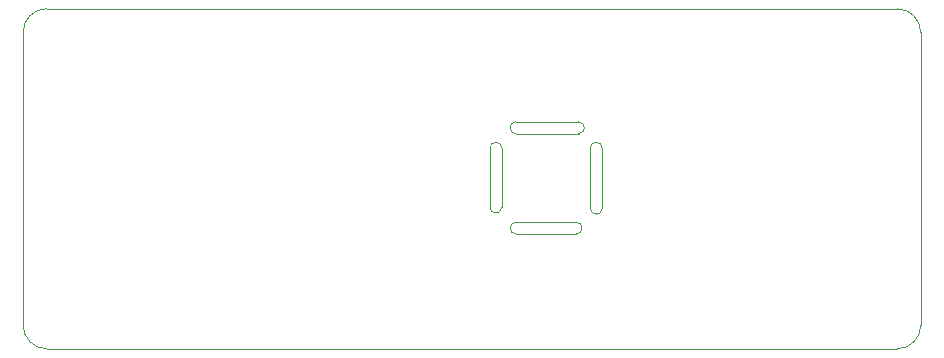
<source format=gbr>
%TF.GenerationSoftware,KiCad,Pcbnew,(6.0.5)*%
%TF.CreationDate,2022-10-08T22:42:16+08:00*%
%TF.ProjectId,LabPrecisionVoltageSource_V1.2,4c616250-7265-4636-9973-696f6e566f6c,rev?*%
%TF.SameCoordinates,Original*%
%TF.FileFunction,Profile,NP*%
%FSLAX46Y46*%
G04 Gerber Fmt 4.6, Leading zero omitted, Abs format (unit mm)*
G04 Created by KiCad (PCBNEW (6.0.5)) date 2022-10-08 22:42:16*
%MOMM*%
%LPD*%
G01*
G04 APERTURE LIST*
%TA.AperFunction,Profile*%
%ADD10C,0.100000*%
%TD*%
G04 APERTURE END LIST*
D10*
X158599142Y-97200000D02*
X158599142Y-92200000D01*
X160800000Y-89973862D02*
X166099142Y-89973865D01*
X168099142Y-97300000D02*
X168099144Y-92200000D01*
X195071142Y-107199962D02*
X195071142Y-82399964D01*
X158599176Y-97200000D02*
G75*
G03*
X159599141Y-97226137I500324J0D01*
G01*
X159599142Y-92200000D02*
G75*
G03*
X158599142Y-92200000I-500000J-38D01*
G01*
X159599142Y-92200000D02*
X159599141Y-97226137D01*
X165900000Y-99473863D02*
X160800000Y-99473863D01*
X119071143Y-82399964D02*
X119071141Y-107185785D01*
X121071140Y-80400000D02*
X193071139Y-80400000D01*
X160800000Y-89973939D02*
G75*
G03*
X160800000Y-90973861I0J-499961D01*
G01*
X166099142Y-90973935D02*
G75*
G03*
X166099142Y-89973865I-42J500035D01*
G01*
X195071135Y-82399964D02*
G75*
G03*
X193071139Y-80399965I-2000035J-36D01*
G01*
X165900000Y-99473936D02*
G75*
G03*
X165900000Y-98473864I-900J500036D01*
G01*
X119071113Y-107185785D02*
G75*
G03*
X121071141Y-109185787I1999987J-15D01*
G01*
X166099142Y-90973864D02*
X160800000Y-90973861D01*
X168099144Y-92200000D02*
G75*
G03*
X167100000Y-92200000I-499572J-34D01*
G01*
X193071139Y-109199942D02*
G75*
G03*
X195071142Y-107199962I61J1999942D01*
G01*
X167099142Y-97300000D02*
G75*
G03*
X168099142Y-97300000I500000J0D01*
G01*
X121071141Y-109185787D02*
X193071139Y-109200000D01*
X160800000Y-98473937D02*
G75*
G03*
X160800000Y-99473863I-900J-499963D01*
G01*
X167099142Y-97300000D02*
X167100000Y-92200000D01*
X160800000Y-98473864D02*
X165900000Y-98473864D01*
X121071140Y-80400043D02*
G75*
G03*
X119071143Y-82399964I60J-2000057D01*
G01*
M02*

</source>
